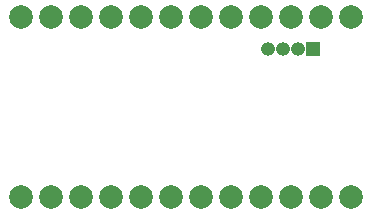
<source format=gbr>
G04 #@! TF.FileFunction,Soldermask,Bot*
%FSLAX46Y46*%
G04 Gerber Fmt 4.6, Leading zero omitted, Abs format (unit mm)*
G04 Created by KiCad (PCBNEW 4.0.7) date 2017 December 25, Monday 22:32:58*
%MOMM*%
%LPD*%
G01*
G04 APERTURE LIST*
%ADD10C,0.100000*%
%ADD11R,1.200000X1.200000*%
%ADD12O,1.200000X1.200000*%
%ADD13C,2.000000*%
G04 APERTURE END LIST*
D10*
D11*
X144526000Y-99568000D03*
D12*
X143256000Y-99568000D03*
X141986000Y-99568000D03*
X140716000Y-99568000D03*
D13*
X119761000Y-112141000D03*
X122301000Y-112141000D03*
X124841000Y-112141000D03*
X127381000Y-112141000D03*
X129921000Y-112141000D03*
X132461000Y-112141000D03*
X135001000Y-112141000D03*
X137541000Y-112141000D03*
X140081000Y-112141000D03*
X142621000Y-112141000D03*
X145161000Y-112141000D03*
X147701000Y-112141000D03*
X147701000Y-96901000D03*
X145161000Y-96901000D03*
X142621000Y-96901000D03*
X140081000Y-96901000D03*
X137541000Y-96901000D03*
X135001000Y-96901000D03*
X132461000Y-96901000D03*
X129921000Y-96901000D03*
X127381000Y-96901000D03*
X124841000Y-96901000D03*
X122301000Y-96901000D03*
X119761000Y-96901000D03*
M02*

</source>
